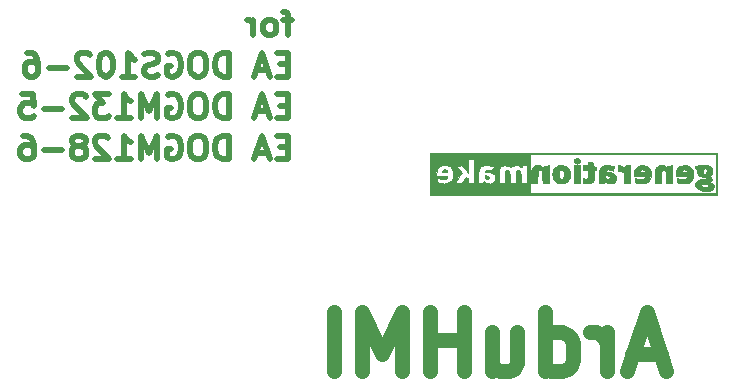
<source format=gbo>
G04 #@! TF.GenerationSoftware,KiCad,Pcbnew,5.0.2-bee76a0~70~ubuntu18.04.1*
G04 #@! TF.CreationDate,2019-08-23T08:39:18+02:00*
G04 #@! TF.ProjectId,ArduHMIShield,41726475-484d-4495-9368-69656c642e6b,1.2*
G04 #@! TF.SameCoordinates,Original*
G04 #@! TF.FileFunction,Legend,Bot*
G04 #@! TF.FilePolarity,Positive*
%FSLAX46Y46*%
G04 Gerber Fmt 4.6, Leading zero omitted, Abs format (unit mm)*
G04 Created by KiCad (PCBNEW 5.0.2-bee76a0~70~ubuntu18.04.1) date Fr 23 Aug 2019 08:39:18 CEST*
%MOMM*%
%LPD*%
G01*
G04 APERTURE LIST*
%ADD10C,0.500000*%
%ADD11C,1.250000*%
%ADD12C,0.010000*%
G04 APERTURE END LIST*
D10*
X77984523Y-87221428D02*
X77222619Y-87221428D01*
X77698809Y-88554761D02*
X77698809Y-86840476D01*
X77603571Y-86650000D01*
X77413095Y-86554761D01*
X77222619Y-86554761D01*
X76270238Y-88554761D02*
X76460714Y-88459523D01*
X76555952Y-88364285D01*
X76651190Y-88173809D01*
X76651190Y-87602380D01*
X76555952Y-87411904D01*
X76460714Y-87316666D01*
X76270238Y-87221428D01*
X75984523Y-87221428D01*
X75794047Y-87316666D01*
X75698809Y-87411904D01*
X75603571Y-87602380D01*
X75603571Y-88173809D01*
X75698809Y-88364285D01*
X75794047Y-88459523D01*
X75984523Y-88554761D01*
X76270238Y-88554761D01*
X74746428Y-88554761D02*
X74746428Y-87221428D01*
X74746428Y-87602380D02*
X74651190Y-87411904D01*
X74555952Y-87316666D01*
X74365476Y-87221428D01*
X74175000Y-87221428D01*
X77698809Y-91007142D02*
X77032142Y-91007142D01*
X76746428Y-92054761D02*
X77698809Y-92054761D01*
X77698809Y-90054761D01*
X76746428Y-90054761D01*
X75984523Y-91483333D02*
X75032142Y-91483333D01*
X76175000Y-92054761D02*
X75508333Y-90054761D01*
X74841666Y-92054761D01*
X72651190Y-92054761D02*
X72651190Y-90054761D01*
X72175000Y-90054761D01*
X71889285Y-90150000D01*
X71698809Y-90340476D01*
X71603571Y-90530952D01*
X71508333Y-90911904D01*
X71508333Y-91197619D01*
X71603571Y-91578571D01*
X71698809Y-91769047D01*
X71889285Y-91959523D01*
X72175000Y-92054761D01*
X72651190Y-92054761D01*
X70270238Y-90054761D02*
X69889285Y-90054761D01*
X69698809Y-90150000D01*
X69508333Y-90340476D01*
X69413095Y-90721428D01*
X69413095Y-91388095D01*
X69508333Y-91769047D01*
X69698809Y-91959523D01*
X69889285Y-92054761D01*
X70270238Y-92054761D01*
X70460714Y-91959523D01*
X70651190Y-91769047D01*
X70746428Y-91388095D01*
X70746428Y-90721428D01*
X70651190Y-90340476D01*
X70460714Y-90150000D01*
X70270238Y-90054761D01*
X67508333Y-90150000D02*
X67698809Y-90054761D01*
X67984523Y-90054761D01*
X68270238Y-90150000D01*
X68460714Y-90340476D01*
X68555952Y-90530952D01*
X68651190Y-90911904D01*
X68651190Y-91197619D01*
X68555952Y-91578571D01*
X68460714Y-91769047D01*
X68270238Y-91959523D01*
X67984523Y-92054761D01*
X67794047Y-92054761D01*
X67508333Y-91959523D01*
X67413095Y-91864285D01*
X67413095Y-91197619D01*
X67794047Y-91197619D01*
X66651190Y-91959523D02*
X66365476Y-92054761D01*
X65889285Y-92054761D01*
X65698809Y-91959523D01*
X65603571Y-91864285D01*
X65508333Y-91673809D01*
X65508333Y-91483333D01*
X65603571Y-91292857D01*
X65698809Y-91197619D01*
X65889285Y-91102380D01*
X66270238Y-91007142D01*
X66460714Y-90911904D01*
X66555952Y-90816666D01*
X66651190Y-90626190D01*
X66651190Y-90435714D01*
X66555952Y-90245238D01*
X66460714Y-90150000D01*
X66270238Y-90054761D01*
X65794047Y-90054761D01*
X65508333Y-90150000D01*
X63603571Y-92054761D02*
X64746428Y-92054761D01*
X64175000Y-92054761D02*
X64175000Y-90054761D01*
X64365476Y-90340476D01*
X64555952Y-90530952D01*
X64746428Y-90626190D01*
X62365476Y-90054761D02*
X62175000Y-90054761D01*
X61984523Y-90150000D01*
X61889285Y-90245238D01*
X61794047Y-90435714D01*
X61698809Y-90816666D01*
X61698809Y-91292857D01*
X61794047Y-91673809D01*
X61889285Y-91864285D01*
X61984523Y-91959523D01*
X62175000Y-92054761D01*
X62365476Y-92054761D01*
X62555952Y-91959523D01*
X62651190Y-91864285D01*
X62746428Y-91673809D01*
X62841666Y-91292857D01*
X62841666Y-90816666D01*
X62746428Y-90435714D01*
X62651190Y-90245238D01*
X62555952Y-90150000D01*
X62365476Y-90054761D01*
X60936904Y-90245238D02*
X60841666Y-90150000D01*
X60651190Y-90054761D01*
X60175000Y-90054761D01*
X59984523Y-90150000D01*
X59889285Y-90245238D01*
X59794047Y-90435714D01*
X59794047Y-90626190D01*
X59889285Y-90911904D01*
X61032142Y-92054761D01*
X59794047Y-92054761D01*
X58936904Y-91292857D02*
X57413095Y-91292857D01*
X55603571Y-90054761D02*
X55984523Y-90054761D01*
X56175000Y-90150000D01*
X56270238Y-90245238D01*
X56460714Y-90530952D01*
X56555952Y-90911904D01*
X56555952Y-91673809D01*
X56460714Y-91864285D01*
X56365476Y-91959523D01*
X56175000Y-92054761D01*
X55794047Y-92054761D01*
X55603571Y-91959523D01*
X55508333Y-91864285D01*
X55413095Y-91673809D01*
X55413095Y-91197619D01*
X55508333Y-91007142D01*
X55603571Y-90911904D01*
X55794047Y-90816666D01*
X56175000Y-90816666D01*
X56365476Y-90911904D01*
X56460714Y-91007142D01*
X56555952Y-91197619D01*
X77698809Y-94507142D02*
X77032142Y-94507142D01*
X76746428Y-95554761D02*
X77698809Y-95554761D01*
X77698809Y-93554761D01*
X76746428Y-93554761D01*
X75984523Y-94983333D02*
X75032142Y-94983333D01*
X76175000Y-95554761D02*
X75508333Y-93554761D01*
X74841666Y-95554761D01*
X72651190Y-95554761D02*
X72651190Y-93554761D01*
X72175000Y-93554761D01*
X71889285Y-93650000D01*
X71698809Y-93840476D01*
X71603571Y-94030952D01*
X71508333Y-94411904D01*
X71508333Y-94697619D01*
X71603571Y-95078571D01*
X71698809Y-95269047D01*
X71889285Y-95459523D01*
X72175000Y-95554761D01*
X72651190Y-95554761D01*
X70270238Y-93554761D02*
X69889285Y-93554761D01*
X69698809Y-93650000D01*
X69508333Y-93840476D01*
X69413095Y-94221428D01*
X69413095Y-94888095D01*
X69508333Y-95269047D01*
X69698809Y-95459523D01*
X69889285Y-95554761D01*
X70270238Y-95554761D01*
X70460714Y-95459523D01*
X70651190Y-95269047D01*
X70746428Y-94888095D01*
X70746428Y-94221428D01*
X70651190Y-93840476D01*
X70460714Y-93650000D01*
X70270238Y-93554761D01*
X67508333Y-93650000D02*
X67698809Y-93554761D01*
X67984523Y-93554761D01*
X68270238Y-93650000D01*
X68460714Y-93840476D01*
X68555952Y-94030952D01*
X68651190Y-94411904D01*
X68651190Y-94697619D01*
X68555952Y-95078571D01*
X68460714Y-95269047D01*
X68270238Y-95459523D01*
X67984523Y-95554761D01*
X67794047Y-95554761D01*
X67508333Y-95459523D01*
X67413095Y-95364285D01*
X67413095Y-94697619D01*
X67794047Y-94697619D01*
X66555952Y-95554761D02*
X66555952Y-93554761D01*
X65889285Y-94983333D01*
X65222619Y-93554761D01*
X65222619Y-95554761D01*
X63222619Y-95554761D02*
X64365476Y-95554761D01*
X63794047Y-95554761D02*
X63794047Y-93554761D01*
X63984523Y-93840476D01*
X64175000Y-94030952D01*
X64365476Y-94126190D01*
X62555952Y-93554761D02*
X61317857Y-93554761D01*
X61984523Y-94316666D01*
X61698809Y-94316666D01*
X61508333Y-94411904D01*
X61413095Y-94507142D01*
X61317857Y-94697619D01*
X61317857Y-95173809D01*
X61413095Y-95364285D01*
X61508333Y-95459523D01*
X61698809Y-95554761D01*
X62270238Y-95554761D01*
X62460714Y-95459523D01*
X62555952Y-95364285D01*
X60555952Y-93745238D02*
X60460714Y-93650000D01*
X60270238Y-93554761D01*
X59794047Y-93554761D01*
X59603571Y-93650000D01*
X59508333Y-93745238D01*
X59413095Y-93935714D01*
X59413095Y-94126190D01*
X59508333Y-94411904D01*
X60651190Y-95554761D01*
X59413095Y-95554761D01*
X58555952Y-94792857D02*
X57032142Y-94792857D01*
X55127380Y-93554761D02*
X56079761Y-93554761D01*
X56175000Y-94507142D01*
X56079761Y-94411904D01*
X55889285Y-94316666D01*
X55413095Y-94316666D01*
X55222619Y-94411904D01*
X55127380Y-94507142D01*
X55032142Y-94697619D01*
X55032142Y-95173809D01*
X55127380Y-95364285D01*
X55222619Y-95459523D01*
X55413095Y-95554761D01*
X55889285Y-95554761D01*
X56079761Y-95459523D01*
X56175000Y-95364285D01*
X77698809Y-98007142D02*
X77032142Y-98007142D01*
X76746428Y-99054761D02*
X77698809Y-99054761D01*
X77698809Y-97054761D01*
X76746428Y-97054761D01*
X75984523Y-98483333D02*
X75032142Y-98483333D01*
X76175000Y-99054761D02*
X75508333Y-97054761D01*
X74841666Y-99054761D01*
X72651190Y-99054761D02*
X72651190Y-97054761D01*
X72175000Y-97054761D01*
X71889285Y-97150000D01*
X71698809Y-97340476D01*
X71603571Y-97530952D01*
X71508333Y-97911904D01*
X71508333Y-98197619D01*
X71603571Y-98578571D01*
X71698809Y-98769047D01*
X71889285Y-98959523D01*
X72175000Y-99054761D01*
X72651190Y-99054761D01*
X70270238Y-97054761D02*
X69889285Y-97054761D01*
X69698809Y-97150000D01*
X69508333Y-97340476D01*
X69413095Y-97721428D01*
X69413095Y-98388095D01*
X69508333Y-98769047D01*
X69698809Y-98959523D01*
X69889285Y-99054761D01*
X70270238Y-99054761D01*
X70460714Y-98959523D01*
X70651190Y-98769047D01*
X70746428Y-98388095D01*
X70746428Y-97721428D01*
X70651190Y-97340476D01*
X70460714Y-97150000D01*
X70270238Y-97054761D01*
X67508333Y-97150000D02*
X67698809Y-97054761D01*
X67984523Y-97054761D01*
X68270238Y-97150000D01*
X68460714Y-97340476D01*
X68555952Y-97530952D01*
X68651190Y-97911904D01*
X68651190Y-98197619D01*
X68555952Y-98578571D01*
X68460714Y-98769047D01*
X68270238Y-98959523D01*
X67984523Y-99054761D01*
X67794047Y-99054761D01*
X67508333Y-98959523D01*
X67413095Y-98864285D01*
X67413095Y-98197619D01*
X67794047Y-98197619D01*
X66555952Y-99054761D02*
X66555952Y-97054761D01*
X65889285Y-98483333D01*
X65222619Y-97054761D01*
X65222619Y-99054761D01*
X63222619Y-99054761D02*
X64365476Y-99054761D01*
X63794047Y-99054761D02*
X63794047Y-97054761D01*
X63984523Y-97340476D01*
X64175000Y-97530952D01*
X64365476Y-97626190D01*
X62460714Y-97245238D02*
X62365476Y-97150000D01*
X62175000Y-97054761D01*
X61698809Y-97054761D01*
X61508333Y-97150000D01*
X61413095Y-97245238D01*
X61317857Y-97435714D01*
X61317857Y-97626190D01*
X61413095Y-97911904D01*
X62555952Y-99054761D01*
X61317857Y-99054761D01*
X60175000Y-97911904D02*
X60365476Y-97816666D01*
X60460714Y-97721428D01*
X60555952Y-97530952D01*
X60555952Y-97435714D01*
X60460714Y-97245238D01*
X60365476Y-97150000D01*
X60175000Y-97054761D01*
X59794047Y-97054761D01*
X59603571Y-97150000D01*
X59508333Y-97245238D01*
X59413095Y-97435714D01*
X59413095Y-97530952D01*
X59508333Y-97721428D01*
X59603571Y-97816666D01*
X59794047Y-97911904D01*
X60175000Y-97911904D01*
X60365476Y-98007142D01*
X60460714Y-98102380D01*
X60555952Y-98292857D01*
X60555952Y-98673809D01*
X60460714Y-98864285D01*
X60365476Y-98959523D01*
X60175000Y-99054761D01*
X59794047Y-99054761D01*
X59603571Y-98959523D01*
X59508333Y-98864285D01*
X59413095Y-98673809D01*
X59413095Y-98292857D01*
X59508333Y-98102380D01*
X59603571Y-98007142D01*
X59794047Y-97911904D01*
X58555952Y-98292857D02*
X57032142Y-98292857D01*
X55222619Y-97054761D02*
X55603571Y-97054761D01*
X55794047Y-97150000D01*
X55889285Y-97245238D01*
X56079761Y-97530952D01*
X56175000Y-97911904D01*
X56175000Y-98673809D01*
X56079761Y-98864285D01*
X55984523Y-98959523D01*
X55794047Y-99054761D01*
X55413095Y-99054761D01*
X55222619Y-98959523D01*
X55127380Y-98864285D01*
X55032142Y-98673809D01*
X55032142Y-98197619D01*
X55127380Y-98007142D01*
X55222619Y-97911904D01*
X55413095Y-97816666D01*
X55794047Y-97816666D01*
X55984523Y-97911904D01*
X56079761Y-98007142D01*
X56175000Y-98197619D01*
D11*
X109228571Y-115583333D02*
X106847619Y-115583333D01*
X109704761Y-117011904D02*
X108038095Y-112011904D01*
X106371428Y-117011904D01*
X104704761Y-117011904D02*
X104704761Y-113678571D01*
X104704761Y-114630952D02*
X104466666Y-114154761D01*
X104228571Y-113916666D01*
X103752380Y-113678571D01*
X103276190Y-113678571D01*
X99466666Y-117011904D02*
X99466666Y-112011904D01*
X99466666Y-116773809D02*
X99942857Y-117011904D01*
X100895238Y-117011904D01*
X101371428Y-116773809D01*
X101609523Y-116535714D01*
X101847619Y-116059523D01*
X101847619Y-114630952D01*
X101609523Y-114154761D01*
X101371428Y-113916666D01*
X100895238Y-113678571D01*
X99942857Y-113678571D01*
X99466666Y-113916666D01*
X94942857Y-113678571D02*
X94942857Y-117011904D01*
X97085714Y-113678571D02*
X97085714Y-116297619D01*
X96847619Y-116773809D01*
X96371428Y-117011904D01*
X95657142Y-117011904D01*
X95180952Y-116773809D01*
X94942857Y-116535714D01*
X92561904Y-117011904D02*
X92561904Y-112011904D01*
X92561904Y-114392857D02*
X89704761Y-114392857D01*
X89704761Y-117011904D02*
X89704761Y-112011904D01*
X87323809Y-117011904D02*
X87323809Y-112011904D01*
X85657142Y-115583333D01*
X83990476Y-112011904D01*
X83990476Y-117011904D01*
X81609523Y-117011904D02*
X81609523Y-112011904D01*
D12*
G04 #@! TO.C,G\002A\002A\002A*
G36*
X89708000Y-102044800D02*
X114015800Y-102044800D01*
X114015800Y-98641200D01*
X113914200Y-98641200D01*
X113914200Y-101943200D01*
X98166200Y-101943200D01*
X98166200Y-99581000D01*
X97912200Y-99581000D01*
X97912200Y-101079600D01*
X97378800Y-101079600D01*
X97378659Y-100654150D01*
X97377038Y-100504479D01*
X97372651Y-100365673D01*
X97366060Y-100248715D01*
X97357826Y-100164590D01*
X97351999Y-100133209D01*
X97304991Y-100039271D01*
X97230880Y-99981207D01*
X97138743Y-99965926D01*
X97132980Y-99966504D01*
X97087146Y-99977521D01*
X97051594Y-100002641D01*
X97024890Y-100047709D01*
X97005600Y-100118568D01*
X96992287Y-100221065D01*
X96983519Y-100361042D01*
X96977859Y-100544346D01*
X96976653Y-100603350D01*
X96967642Y-101079600D01*
X96464400Y-101079600D01*
X96463890Y-100743050D01*
X96459732Y-100510237D01*
X96447320Y-100324017D01*
X96425577Y-100180690D01*
X96393424Y-100076557D01*
X96349783Y-100007920D01*
X96293576Y-99971079D01*
X96236228Y-99962000D01*
X96176061Y-99970673D01*
X96128435Y-99999846D01*
X96092056Y-100054250D01*
X96065626Y-100138616D01*
X96047851Y-100257676D01*
X96037435Y-100416160D01*
X96033081Y-100618799D01*
X96032748Y-100704950D01*
X96032600Y-101079600D01*
X95524600Y-101079600D01*
X95524600Y-100635100D01*
X95231407Y-100635100D01*
X95211834Y-100800793D01*
X95155787Y-100932492D01*
X95064282Y-101028838D01*
X94938333Y-101088469D01*
X94883999Y-101100818D01*
X94758557Y-101109753D01*
X94627997Y-101098150D01*
X94511399Y-101068935D01*
X94437295Y-101032285D01*
X94377460Y-100985143D01*
X94332977Y-100942500D01*
X94331785Y-100941085D01*
X94296714Y-100908250D01*
X94268334Y-100913012D01*
X94236961Y-100959732D01*
X94221616Y-100990700D01*
X94179222Y-101079600D01*
X93792502Y-101079600D01*
X93441800Y-101079600D01*
X92908400Y-101079600D01*
X92907962Y-100870050D01*
X92906924Y-100766605D01*
X92901713Y-100700943D01*
X92888390Y-100660047D01*
X92863012Y-100630901D01*
X92827612Y-100604659D01*
X92747702Y-100548818D01*
X92584827Y-100814209D01*
X92421953Y-101079600D01*
X92131777Y-101079600D01*
X92017185Y-101078266D01*
X91923941Y-101074644D01*
X91862104Y-101069297D01*
X91841600Y-101063292D01*
X91854747Y-101037865D01*
X91891374Y-100976651D01*
X91947264Y-100886449D01*
X92018200Y-100774056D01*
X92099965Y-100646270D01*
X92109285Y-100631805D01*
X92282958Y-100362438D01*
X91687290Y-100362438D01*
X91670469Y-100534072D01*
X91651351Y-100613633D01*
X91577277Y-100784653D01*
X91467349Y-100919699D01*
X91321636Y-101018717D01*
X91140206Y-101081653D01*
X91038000Y-101099340D01*
X90894957Y-101107942D01*
X90737210Y-101102587D01*
X90584700Y-101084955D01*
X90457367Y-101056728D01*
X90431900Y-101048247D01*
X90330300Y-101011159D01*
X90322838Y-100829479D01*
X90320838Y-100727704D01*
X90329842Y-100669760D01*
X90356834Y-100648839D01*
X90408797Y-100658133D01*
X90473249Y-100682832D01*
X90591178Y-100717289D01*
X90727208Y-100736437D01*
X90858685Y-100738269D01*
X90949086Y-100724946D01*
X91038601Y-100684136D01*
X91110273Y-100621123D01*
X91151029Y-100549033D01*
X91155800Y-100517374D01*
X91152887Y-100500506D01*
X91139571Y-100488190D01*
X91108987Y-100479715D01*
X91054271Y-100474371D01*
X90968558Y-100471444D01*
X90844983Y-100470225D01*
X90698600Y-100470000D01*
X90241400Y-100470000D01*
X90241400Y-100267314D01*
X90258355Y-100061936D01*
X90309883Y-99892718D01*
X90396980Y-99757695D01*
X90520640Y-99654908D01*
X90564573Y-99630290D01*
X90629533Y-99600652D01*
X90693384Y-99582144D01*
X90771133Y-99572287D01*
X90877787Y-99568604D01*
X90939900Y-99568300D01*
X91115289Y-99575930D01*
X91253651Y-99601499D01*
X91366816Y-99649022D01*
X91466613Y-99722515D01*
X91505736Y-99760389D01*
X91584016Y-99872251D01*
X91641847Y-100018539D01*
X91677010Y-100186264D01*
X91687290Y-100362438D01*
X92282958Y-100362438D01*
X92376970Y-100216626D01*
X92123181Y-99905163D01*
X91869393Y-99593700D01*
X92153947Y-99586314D01*
X92253861Y-99582672D01*
X92328910Y-99580973D01*
X92386674Y-99586111D01*
X92434729Y-99602981D01*
X92480654Y-99636477D01*
X92532028Y-99691494D01*
X92596427Y-99772928D01*
X92681431Y-99885672D01*
X92742483Y-99966448D01*
X92929297Y-100212196D01*
X92925199Y-99610848D01*
X92921100Y-99009500D01*
X93441800Y-98995022D01*
X93441800Y-101079600D01*
X93792502Y-101079600D01*
X93803122Y-100514450D01*
X93807559Y-100317260D01*
X93812891Y-100164272D01*
X93819634Y-100048886D01*
X93828306Y-99964506D01*
X93839423Y-99904532D01*
X93853504Y-99862368D01*
X93854391Y-99860400D01*
X93929282Y-99736547D01*
X94028006Y-99646799D01*
X94156205Y-99588338D01*
X94319519Y-99558344D01*
X94470002Y-99552849D01*
X94663431Y-99565355D01*
X94846908Y-99597192D01*
X95001070Y-99644968D01*
X95004994Y-99646593D01*
X95090187Y-99682189D01*
X95025961Y-99828444D01*
X94989199Y-99908430D01*
X94958110Y-99969528D01*
X94941704Y-99995494D01*
X94909436Y-99998600D01*
X94842477Y-99987781D01*
X94754271Y-99965343D01*
X94738504Y-99960652D01*
X94596732Y-99927159D01*
X94489762Y-99925121D01*
X94411830Y-99955415D01*
X94357402Y-100018509D01*
X94334936Y-100070151D01*
X94333693Y-100100351D01*
X94333873Y-100100539D01*
X94363820Y-100108932D01*
X94432724Y-100119833D01*
X94528914Y-100131557D01*
X94596745Y-100138464D01*
X94806642Y-100169877D01*
X94971534Y-100221278D01*
X95093901Y-100294608D01*
X95176224Y-100391810D01*
X95220985Y-100514824D01*
X95231407Y-100635100D01*
X95524600Y-100635100D01*
X95524600Y-100525324D01*
X95525832Y-100308908D01*
X95530386Y-100136547D01*
X95539549Y-100001536D01*
X95554607Y-99897171D01*
X95576847Y-99816747D01*
X95607557Y-99753559D01*
X95648024Y-99700904D01*
X95690756Y-99659680D01*
X95801102Y-99593908D01*
X95937572Y-99559228D01*
X96086021Y-99555763D01*
X96232302Y-99583638D01*
X96362271Y-99642976D01*
X96378150Y-99653654D01*
X96453915Y-99704818D01*
X96501763Y-99727634D01*
X96534146Y-99724595D01*
X96563515Y-99698193D01*
X96568881Y-99691829D01*
X96650020Y-99628105D01*
X96762095Y-99585284D01*
X96892945Y-99563151D01*
X97030409Y-99561493D01*
X97162326Y-99580097D01*
X97276536Y-99618748D01*
X97360879Y-99677232D01*
X97383535Y-99706142D01*
X97417614Y-99749497D01*
X97443884Y-99748909D01*
X97469186Y-99701819D01*
X97480400Y-99669900D01*
X97509740Y-99581000D01*
X97912200Y-99581000D01*
X98166200Y-99581000D01*
X98166200Y-98641200D01*
X113914200Y-98641200D01*
X114015800Y-98641200D01*
X114015800Y-98514200D01*
X89708000Y-98514200D01*
X89708000Y-102044800D01*
X89708000Y-102044800D01*
G37*
X89708000Y-102044800D02*
X114015800Y-102044800D01*
X114015800Y-98641200D01*
X113914200Y-98641200D01*
X113914200Y-101943200D01*
X98166200Y-101943200D01*
X98166200Y-99581000D01*
X97912200Y-99581000D01*
X97912200Y-101079600D01*
X97378800Y-101079600D01*
X97378659Y-100654150D01*
X97377038Y-100504479D01*
X97372651Y-100365673D01*
X97366060Y-100248715D01*
X97357826Y-100164590D01*
X97351999Y-100133209D01*
X97304991Y-100039271D01*
X97230880Y-99981207D01*
X97138743Y-99965926D01*
X97132980Y-99966504D01*
X97087146Y-99977521D01*
X97051594Y-100002641D01*
X97024890Y-100047709D01*
X97005600Y-100118568D01*
X96992287Y-100221065D01*
X96983519Y-100361042D01*
X96977859Y-100544346D01*
X96976653Y-100603350D01*
X96967642Y-101079600D01*
X96464400Y-101079600D01*
X96463890Y-100743050D01*
X96459732Y-100510237D01*
X96447320Y-100324017D01*
X96425577Y-100180690D01*
X96393424Y-100076557D01*
X96349783Y-100007920D01*
X96293576Y-99971079D01*
X96236228Y-99962000D01*
X96176061Y-99970673D01*
X96128435Y-99999846D01*
X96092056Y-100054250D01*
X96065626Y-100138616D01*
X96047851Y-100257676D01*
X96037435Y-100416160D01*
X96033081Y-100618799D01*
X96032748Y-100704950D01*
X96032600Y-101079600D01*
X95524600Y-101079600D01*
X95524600Y-100635100D01*
X95231407Y-100635100D01*
X95211834Y-100800793D01*
X95155787Y-100932492D01*
X95064282Y-101028838D01*
X94938333Y-101088469D01*
X94883999Y-101100818D01*
X94758557Y-101109753D01*
X94627997Y-101098150D01*
X94511399Y-101068935D01*
X94437295Y-101032285D01*
X94377460Y-100985143D01*
X94332977Y-100942500D01*
X94331785Y-100941085D01*
X94296714Y-100908250D01*
X94268334Y-100913012D01*
X94236961Y-100959732D01*
X94221616Y-100990700D01*
X94179222Y-101079600D01*
X93792502Y-101079600D01*
X93441800Y-101079600D01*
X92908400Y-101079600D01*
X92907962Y-100870050D01*
X92906924Y-100766605D01*
X92901713Y-100700943D01*
X92888390Y-100660047D01*
X92863012Y-100630901D01*
X92827612Y-100604659D01*
X92747702Y-100548818D01*
X92584827Y-100814209D01*
X92421953Y-101079600D01*
X92131777Y-101079600D01*
X92017185Y-101078266D01*
X91923941Y-101074644D01*
X91862104Y-101069297D01*
X91841600Y-101063292D01*
X91854747Y-101037865D01*
X91891374Y-100976651D01*
X91947264Y-100886449D01*
X92018200Y-100774056D01*
X92099965Y-100646270D01*
X92109285Y-100631805D01*
X92282958Y-100362438D01*
X91687290Y-100362438D01*
X91670469Y-100534072D01*
X91651351Y-100613633D01*
X91577277Y-100784653D01*
X91467349Y-100919699D01*
X91321636Y-101018717D01*
X91140206Y-101081653D01*
X91038000Y-101099340D01*
X90894957Y-101107942D01*
X90737210Y-101102587D01*
X90584700Y-101084955D01*
X90457367Y-101056728D01*
X90431900Y-101048247D01*
X90330300Y-101011159D01*
X90322838Y-100829479D01*
X90320838Y-100727704D01*
X90329842Y-100669760D01*
X90356834Y-100648839D01*
X90408797Y-100658133D01*
X90473249Y-100682832D01*
X90591178Y-100717289D01*
X90727208Y-100736437D01*
X90858685Y-100738269D01*
X90949086Y-100724946D01*
X91038601Y-100684136D01*
X91110273Y-100621123D01*
X91151029Y-100549033D01*
X91155800Y-100517374D01*
X91152887Y-100500506D01*
X91139571Y-100488190D01*
X91108987Y-100479715D01*
X91054271Y-100474371D01*
X90968558Y-100471444D01*
X90844983Y-100470225D01*
X90698600Y-100470000D01*
X90241400Y-100470000D01*
X90241400Y-100267314D01*
X90258355Y-100061936D01*
X90309883Y-99892718D01*
X90396980Y-99757695D01*
X90520640Y-99654908D01*
X90564573Y-99630290D01*
X90629533Y-99600652D01*
X90693384Y-99582144D01*
X90771133Y-99572287D01*
X90877787Y-99568604D01*
X90939900Y-99568300D01*
X91115289Y-99575930D01*
X91253651Y-99601499D01*
X91366816Y-99649022D01*
X91466613Y-99722515D01*
X91505736Y-99760389D01*
X91584016Y-99872251D01*
X91641847Y-100018539D01*
X91677010Y-100186264D01*
X91687290Y-100362438D01*
X92282958Y-100362438D01*
X92376970Y-100216626D01*
X92123181Y-99905163D01*
X91869393Y-99593700D01*
X92153947Y-99586314D01*
X92253861Y-99582672D01*
X92328910Y-99580973D01*
X92386674Y-99586111D01*
X92434729Y-99602981D01*
X92480654Y-99636477D01*
X92532028Y-99691494D01*
X92596427Y-99772928D01*
X92681431Y-99885672D01*
X92742483Y-99966448D01*
X92929297Y-100212196D01*
X92925199Y-99610848D01*
X92921100Y-99009500D01*
X93441800Y-98995022D01*
X93441800Y-101079600D01*
X93792502Y-101079600D01*
X93803122Y-100514450D01*
X93807559Y-100317260D01*
X93812891Y-100164272D01*
X93819634Y-100048886D01*
X93828306Y-99964506D01*
X93839423Y-99904532D01*
X93853504Y-99862368D01*
X93854391Y-99860400D01*
X93929282Y-99736547D01*
X94028006Y-99646799D01*
X94156205Y-99588338D01*
X94319519Y-99558344D01*
X94470002Y-99552849D01*
X94663431Y-99565355D01*
X94846908Y-99597192D01*
X95001070Y-99644968D01*
X95004994Y-99646593D01*
X95090187Y-99682189D01*
X95025961Y-99828444D01*
X94989199Y-99908430D01*
X94958110Y-99969528D01*
X94941704Y-99995494D01*
X94909436Y-99998600D01*
X94842477Y-99987781D01*
X94754271Y-99965343D01*
X94738504Y-99960652D01*
X94596732Y-99927159D01*
X94489762Y-99925121D01*
X94411830Y-99955415D01*
X94357402Y-100018509D01*
X94334936Y-100070151D01*
X94333693Y-100100351D01*
X94333873Y-100100539D01*
X94363820Y-100108932D01*
X94432724Y-100119833D01*
X94528914Y-100131557D01*
X94596745Y-100138464D01*
X94806642Y-100169877D01*
X94971534Y-100221278D01*
X95093901Y-100294608D01*
X95176224Y-100391810D01*
X95220985Y-100514824D01*
X95231407Y-100635100D01*
X95524600Y-100635100D01*
X95524600Y-100525324D01*
X95525832Y-100308908D01*
X95530386Y-100136547D01*
X95539549Y-100001536D01*
X95554607Y-99897171D01*
X95576847Y-99816747D01*
X95607557Y-99753559D01*
X95648024Y-99700904D01*
X95690756Y-99659680D01*
X95801102Y-99593908D01*
X95937572Y-99559228D01*
X96086021Y-99555763D01*
X96232302Y-99583638D01*
X96362271Y-99642976D01*
X96378150Y-99653654D01*
X96453915Y-99704818D01*
X96501763Y-99727634D01*
X96534146Y-99724595D01*
X96563515Y-99698193D01*
X96568881Y-99691829D01*
X96650020Y-99628105D01*
X96762095Y-99585284D01*
X96892945Y-99563151D01*
X97030409Y-99561493D01*
X97162326Y-99580097D01*
X97276536Y-99618748D01*
X97360879Y-99677232D01*
X97383535Y-99706142D01*
X97417614Y-99749497D01*
X97443884Y-99748909D01*
X97469186Y-99701819D01*
X97480400Y-99669900D01*
X97509740Y-99581000D01*
X97912200Y-99581000D01*
X98166200Y-99581000D01*
X98166200Y-98641200D01*
X113914200Y-98641200D01*
X114015800Y-98641200D01*
X114015800Y-98514200D01*
X89708000Y-98514200D01*
X89708000Y-102044800D01*
G36*
X112866040Y-99562490D02*
X112701505Y-99567951D01*
X112663250Y-99569327D01*
X112161600Y-99587476D01*
X112161600Y-99707172D01*
X112164009Y-99780496D01*
X112178972Y-99820481D01*
X112218097Y-99844582D01*
X112263582Y-99860525D01*
X112327574Y-99885900D01*
X112352302Y-99911636D01*
X112348650Y-99947141D01*
X112332467Y-100064558D01*
X112347504Y-100195766D01*
X112390871Y-100316912D01*
X112394244Y-100323219D01*
X112482749Y-100432374D01*
X112613261Y-100513748D01*
X112785015Y-100566973D01*
X112943193Y-100588411D01*
X113047279Y-100597892D01*
X113110298Y-100608554D01*
X113141952Y-100623308D01*
X113151945Y-100645063D01*
X113152200Y-100651080D01*
X113147090Y-100676948D01*
X113126699Y-100695770D01*
X113083438Y-100709289D01*
X113009716Y-100719249D01*
X112897946Y-100727393D01*
X112796600Y-100732771D01*
X112662715Y-100743897D01*
X112543251Y-100762152D01*
X112455350Y-100784834D01*
X112447674Y-100787750D01*
X112318083Y-100862572D01*
X112230214Y-100963926D01*
X112185559Y-101087329D01*
X112185610Y-101228295D01*
X112231860Y-101382338D01*
X112242313Y-101405125D01*
X112323946Y-101518297D01*
X112447797Y-101610004D01*
X112609209Y-101678359D01*
X112803525Y-101721476D01*
X113026088Y-101737469D01*
X113062751Y-101737400D01*
X113175534Y-101734052D01*
X113277441Y-101727383D01*
X113351545Y-101718624D01*
X113368100Y-101715210D01*
X113526253Y-101658206D01*
X113639301Y-101579339D01*
X113708692Y-101477083D01*
X113735872Y-101349914D01*
X113736400Y-101326961D01*
X113732190Y-101308669D01*
X113295921Y-101308669D01*
X113264922Y-101358254D01*
X113189136Y-101397804D01*
X113065859Y-101429444D01*
X113048915Y-101432600D01*
X113018126Y-101429750D01*
X112952809Y-101419714D01*
X112883815Y-101407666D01*
X112783678Y-101380288D01*
X112698060Y-101340584D01*
X112639092Y-101295551D01*
X112618800Y-101254786D01*
X112643285Y-101209692D01*
X112714370Y-101174224D01*
X112828499Y-101149935D01*
X112869653Y-101145154D01*
X113032001Y-101139735D01*
X113158823Y-101158098D01*
X113246290Y-101199305D01*
X113284834Y-101246921D01*
X113295921Y-101308669D01*
X113732190Y-101308669D01*
X113715217Y-101234941D01*
X113660362Y-101140994D01*
X113584878Y-101063150D01*
X113517411Y-101024224D01*
X113452071Y-100994222D01*
X113435309Y-100966539D01*
X113465349Y-100936783D01*
X113478917Y-100929064D01*
X113521888Y-100888298D01*
X113558198Y-100826570D01*
X113573537Y-100730036D01*
X113540605Y-100639644D01*
X113461929Y-100562222D01*
X113459906Y-100560852D01*
X113387625Y-100512273D01*
X113483174Y-100421286D01*
X113576207Y-100301286D01*
X113621987Y-100163110D01*
X113621182Y-100062737D01*
X113126800Y-100062737D01*
X113112174Y-100177814D01*
X113069567Y-100254532D01*
X113000889Y-100290020D01*
X112974400Y-100292200D01*
X112896491Y-100269830D01*
X112861541Y-100235748D01*
X112829685Y-100155851D01*
X112823449Y-100058131D01*
X112840574Y-99961000D01*
X112878798Y-99882875D01*
X112908353Y-99854438D01*
X112975966Y-99833677D01*
X113039220Y-99856089D01*
X113090244Y-99914171D01*
X113121168Y-100000418D01*
X113126800Y-100062737D01*
X113621182Y-100062737D01*
X113620726Y-100006031D01*
X113614068Y-99968437D01*
X113564481Y-99820114D01*
X113481727Y-99708282D01*
X113361120Y-99627368D01*
X113308680Y-99605164D01*
X113256426Y-99586665D01*
X113207114Y-99573363D01*
X113152082Y-99564775D01*
X113082666Y-99560421D01*
X112990207Y-99559819D01*
X112866040Y-99562490D01*
X112866040Y-99562490D01*
G37*
X112866040Y-99562490D02*
X112701505Y-99567951D01*
X112663250Y-99569327D01*
X112161600Y-99587476D01*
X112161600Y-99707172D01*
X112164009Y-99780496D01*
X112178972Y-99820481D01*
X112218097Y-99844582D01*
X112263582Y-99860525D01*
X112327574Y-99885900D01*
X112352302Y-99911636D01*
X112348650Y-99947141D01*
X112332467Y-100064558D01*
X112347504Y-100195766D01*
X112390871Y-100316912D01*
X112394244Y-100323219D01*
X112482749Y-100432374D01*
X112613261Y-100513748D01*
X112785015Y-100566973D01*
X112943193Y-100588411D01*
X113047279Y-100597892D01*
X113110298Y-100608554D01*
X113141952Y-100623308D01*
X113151945Y-100645063D01*
X113152200Y-100651080D01*
X113147090Y-100676948D01*
X113126699Y-100695770D01*
X113083438Y-100709289D01*
X113009716Y-100719249D01*
X112897946Y-100727393D01*
X112796600Y-100732771D01*
X112662715Y-100743897D01*
X112543251Y-100762152D01*
X112455350Y-100784834D01*
X112447674Y-100787750D01*
X112318083Y-100862572D01*
X112230214Y-100963926D01*
X112185559Y-101087329D01*
X112185610Y-101228295D01*
X112231860Y-101382338D01*
X112242313Y-101405125D01*
X112323946Y-101518297D01*
X112447797Y-101610004D01*
X112609209Y-101678359D01*
X112803525Y-101721476D01*
X113026088Y-101737469D01*
X113062751Y-101737400D01*
X113175534Y-101734052D01*
X113277441Y-101727383D01*
X113351545Y-101718624D01*
X113368100Y-101715210D01*
X113526253Y-101658206D01*
X113639301Y-101579339D01*
X113708692Y-101477083D01*
X113735872Y-101349914D01*
X113736400Y-101326961D01*
X113732190Y-101308669D01*
X113295921Y-101308669D01*
X113264922Y-101358254D01*
X113189136Y-101397804D01*
X113065859Y-101429444D01*
X113048915Y-101432600D01*
X113018126Y-101429750D01*
X112952809Y-101419714D01*
X112883815Y-101407666D01*
X112783678Y-101380288D01*
X112698060Y-101340584D01*
X112639092Y-101295551D01*
X112618800Y-101254786D01*
X112643285Y-101209692D01*
X112714370Y-101174224D01*
X112828499Y-101149935D01*
X112869653Y-101145154D01*
X113032001Y-101139735D01*
X113158823Y-101158098D01*
X113246290Y-101199305D01*
X113284834Y-101246921D01*
X113295921Y-101308669D01*
X113732190Y-101308669D01*
X113715217Y-101234941D01*
X113660362Y-101140994D01*
X113584878Y-101063150D01*
X113517411Y-101024224D01*
X113452071Y-100994222D01*
X113435309Y-100966539D01*
X113465349Y-100936783D01*
X113478917Y-100929064D01*
X113521888Y-100888298D01*
X113558198Y-100826570D01*
X113573537Y-100730036D01*
X113540605Y-100639644D01*
X113461929Y-100562222D01*
X113459906Y-100560852D01*
X113387625Y-100512273D01*
X113483174Y-100421286D01*
X113576207Y-100301286D01*
X113621987Y-100163110D01*
X113621182Y-100062737D01*
X113126800Y-100062737D01*
X113112174Y-100177814D01*
X113069567Y-100254532D01*
X113000889Y-100290020D01*
X112974400Y-100292200D01*
X112896491Y-100269830D01*
X112861541Y-100235748D01*
X112829685Y-100155851D01*
X112823449Y-100058131D01*
X112840574Y-99961000D01*
X112878798Y-99882875D01*
X112908353Y-99854438D01*
X112975966Y-99833677D01*
X113039220Y-99856089D01*
X113090244Y-99914171D01*
X113121168Y-100000418D01*
X113126800Y-100062737D01*
X113621182Y-100062737D01*
X113620726Y-100006031D01*
X113614068Y-99968437D01*
X113564481Y-99820114D01*
X113481727Y-99708282D01*
X113361120Y-99627368D01*
X113308680Y-99605164D01*
X113256426Y-99586665D01*
X113207114Y-99573363D01*
X113152082Y-99564775D01*
X113082666Y-99560421D01*
X112990207Y-99559819D01*
X112866040Y-99562490D01*
G36*
X111174063Y-99560658D02*
X110984016Y-99586718D01*
X110830561Y-99642724D01*
X110710840Y-99731762D01*
X110621992Y-99856918D01*
X110561158Y-100021280D01*
X110525478Y-100227933D01*
X110521970Y-100264469D01*
X110504041Y-100470000D01*
X110977221Y-100470000D01*
X111143215Y-100470285D01*
X111265161Y-100471593D01*
X111349808Y-100474598D01*
X111403905Y-100479976D01*
X111434203Y-100488404D01*
X111447452Y-100500557D01*
X111450400Y-100517110D01*
X111450400Y-100517374D01*
X111428165Y-100587594D01*
X111370410Y-100657015D01*
X111290566Y-100711248D01*
X111256545Y-100725107D01*
X111157703Y-100741308D01*
X111030341Y-100739081D01*
X110892674Y-100719916D01*
X110762915Y-100685301D01*
X110760846Y-100684575D01*
X110691588Y-100661901D01*
X110642383Y-100648959D01*
X110633294Y-100647800D01*
X110622883Y-100671029D01*
X110617095Y-100732280D01*
X110617031Y-100818896D01*
X110617438Y-100829842D01*
X110624900Y-101011884D01*
X110751900Y-101056473D01*
X110871386Y-101084447D01*
X111021920Y-101099605D01*
X111185394Y-101101950D01*
X111343698Y-101091484D01*
X111478726Y-101068206D01*
X111518964Y-101056414D01*
X111683387Y-100978347D01*
X111810328Y-100868084D01*
X111901149Y-100723732D01*
X111957215Y-100543398D01*
X111974034Y-100424971D01*
X111975024Y-100203521D01*
X111957710Y-100118631D01*
X111441668Y-100118631D01*
X111422075Y-100130582D01*
X111373170Y-100137032D01*
X111286481Y-100139538D01*
X111221800Y-100139800D01*
X111111472Y-100138762D01*
X111043449Y-100134611D01*
X111009261Y-100125790D01*
X111000437Y-100110743D01*
X111003183Y-100099622D01*
X111016889Y-100051231D01*
X111018600Y-100036122D01*
X111041235Y-99986480D01*
X111098401Y-99942934D01*
X111173990Y-99915625D01*
X111217011Y-99911200D01*
X111293844Y-99924808D01*
X111364674Y-99959029D01*
X111413139Y-100003957D01*
X111425000Y-100037112D01*
X111433340Y-100078668D01*
X111440418Y-100099622D01*
X111441668Y-100118631D01*
X111957710Y-100118631D01*
X111935721Y-100010824D01*
X111858254Y-99849178D01*
X111744753Y-99720885D01*
X111597345Y-99628244D01*
X111418160Y-99573557D01*
X111209328Y-99559123D01*
X111174063Y-99560658D01*
X111174063Y-99560658D01*
G37*
X111174063Y-99560658D02*
X110984016Y-99586718D01*
X110830561Y-99642724D01*
X110710840Y-99731762D01*
X110621992Y-99856918D01*
X110561158Y-100021280D01*
X110525478Y-100227933D01*
X110521970Y-100264469D01*
X110504041Y-100470000D01*
X110977221Y-100470000D01*
X111143215Y-100470285D01*
X111265161Y-100471593D01*
X111349808Y-100474598D01*
X111403905Y-100479976D01*
X111434203Y-100488404D01*
X111447452Y-100500557D01*
X111450400Y-100517110D01*
X111450400Y-100517374D01*
X111428165Y-100587594D01*
X111370410Y-100657015D01*
X111290566Y-100711248D01*
X111256545Y-100725107D01*
X111157703Y-100741308D01*
X111030341Y-100739081D01*
X110892674Y-100719916D01*
X110762915Y-100685301D01*
X110760846Y-100684575D01*
X110691588Y-100661901D01*
X110642383Y-100648959D01*
X110633294Y-100647800D01*
X110622883Y-100671029D01*
X110617095Y-100732280D01*
X110617031Y-100818896D01*
X110617438Y-100829842D01*
X110624900Y-101011884D01*
X110751900Y-101056473D01*
X110871386Y-101084447D01*
X111021920Y-101099605D01*
X111185394Y-101101950D01*
X111343698Y-101091484D01*
X111478726Y-101068206D01*
X111518964Y-101056414D01*
X111683387Y-100978347D01*
X111810328Y-100868084D01*
X111901149Y-100723732D01*
X111957215Y-100543398D01*
X111974034Y-100424971D01*
X111975024Y-100203521D01*
X111957710Y-100118631D01*
X111441668Y-100118631D01*
X111422075Y-100130582D01*
X111373170Y-100137032D01*
X111286481Y-100139538D01*
X111221800Y-100139800D01*
X111111472Y-100138762D01*
X111043449Y-100134611D01*
X111009261Y-100125790D01*
X111000437Y-100110743D01*
X111003183Y-100099622D01*
X111016889Y-100051231D01*
X111018600Y-100036122D01*
X111041235Y-99986480D01*
X111098401Y-99942934D01*
X111173990Y-99915625D01*
X111217011Y-99911200D01*
X111293844Y-99924808D01*
X111364674Y-99959029D01*
X111413139Y-100003957D01*
X111425000Y-100037112D01*
X111433340Y-100078668D01*
X111440418Y-100099622D01*
X111441668Y-100118631D01*
X111957710Y-100118631D01*
X111935721Y-100010824D01*
X111858254Y-99849178D01*
X111744753Y-99720885D01*
X111597345Y-99628244D01*
X111418160Y-99573557D01*
X111209328Y-99559123D01*
X111174063Y-99560658D01*
G36*
X107578675Y-99560219D02*
X107416253Y-99593125D01*
X107382669Y-99604783D01*
X107239971Y-99675585D01*
X107132409Y-99769978D01*
X107056472Y-99893641D01*
X107008646Y-100052254D01*
X106985692Y-100246591D01*
X106972954Y-100470000D01*
X107446377Y-100470000D01*
X107595143Y-100470773D01*
X107724745Y-100472926D01*
X107827304Y-100476206D01*
X107894946Y-100480358D01*
X107919794Y-100485129D01*
X107919800Y-100485211D01*
X107909876Y-100516120D01*
X107885428Y-100572702D01*
X107879744Y-100584836D01*
X107812227Y-100670113D01*
X107707146Y-100722591D01*
X107566261Y-100741631D01*
X107462711Y-100736469D01*
X107360574Y-100721474D01*
X107265714Y-100700624D01*
X107211849Y-100683378D01*
X107149000Y-100659743D01*
X107106280Y-100648065D01*
X107102786Y-100647800D01*
X107092378Y-100671042D01*
X107086545Y-100732380D01*
X107086378Y-100819229D01*
X107086838Y-100831950D01*
X107094300Y-101016100D01*
X107221300Y-101059438D01*
X107344943Y-101087521D01*
X107498344Y-101101890D01*
X107662476Y-101102574D01*
X107818310Y-101089600D01*
X107946816Y-101062997D01*
X107961150Y-101058323D01*
X108093124Y-101004715D01*
X108189759Y-100944079D01*
X108266419Y-100866230D01*
X108282579Y-100845172D01*
X108368573Y-100688563D01*
X108419213Y-100507310D01*
X108434399Y-100313343D01*
X108416251Y-100139800D01*
X107899908Y-100139800D01*
X107681254Y-100139800D01*
X107575130Y-100138746D01*
X107510021Y-100134174D01*
X107476162Y-100123969D01*
X107463788Y-100106015D01*
X107462600Y-100092425D01*
X107477713Y-100040073D01*
X107514176Y-99979493D01*
X107515244Y-99978125D01*
X107586103Y-99923745D01*
X107671842Y-99907760D01*
X107758566Y-99926706D01*
X107832378Y-99977115D01*
X107879381Y-100055521D01*
X107883371Y-100069950D01*
X107899908Y-100139800D01*
X108416251Y-100139800D01*
X108414033Y-100118592D01*
X108358016Y-99934987D01*
X108291140Y-99809636D01*
X108198933Y-99712903D01*
X108070483Y-99637092D01*
X107916890Y-99584706D01*
X107749253Y-99558247D01*
X107578675Y-99560219D01*
X107578675Y-99560219D01*
G37*
X107578675Y-99560219D02*
X107416253Y-99593125D01*
X107382669Y-99604783D01*
X107239971Y-99675585D01*
X107132409Y-99769978D01*
X107056472Y-99893641D01*
X107008646Y-100052254D01*
X106985692Y-100246591D01*
X106972954Y-100470000D01*
X107446377Y-100470000D01*
X107595143Y-100470773D01*
X107724745Y-100472926D01*
X107827304Y-100476206D01*
X107894946Y-100480358D01*
X107919794Y-100485129D01*
X107919800Y-100485211D01*
X107909876Y-100516120D01*
X107885428Y-100572702D01*
X107879744Y-100584836D01*
X107812227Y-100670113D01*
X107707146Y-100722591D01*
X107566261Y-100741631D01*
X107462711Y-100736469D01*
X107360574Y-100721474D01*
X107265714Y-100700624D01*
X107211849Y-100683378D01*
X107149000Y-100659743D01*
X107106280Y-100648065D01*
X107102786Y-100647800D01*
X107092378Y-100671042D01*
X107086545Y-100732380D01*
X107086378Y-100819229D01*
X107086838Y-100831950D01*
X107094300Y-101016100D01*
X107221300Y-101059438D01*
X107344943Y-101087521D01*
X107498344Y-101101890D01*
X107662476Y-101102574D01*
X107818310Y-101089600D01*
X107946816Y-101062997D01*
X107961150Y-101058323D01*
X108093124Y-101004715D01*
X108189759Y-100944079D01*
X108266419Y-100866230D01*
X108282579Y-100845172D01*
X108368573Y-100688563D01*
X108419213Y-100507310D01*
X108434399Y-100313343D01*
X108416251Y-100139800D01*
X107899908Y-100139800D01*
X107681254Y-100139800D01*
X107575130Y-100138746D01*
X107510021Y-100134174D01*
X107476162Y-100123969D01*
X107463788Y-100106015D01*
X107462600Y-100092425D01*
X107477713Y-100040073D01*
X107514176Y-99979493D01*
X107515244Y-99978125D01*
X107586103Y-99923745D01*
X107671842Y-99907760D01*
X107758566Y-99926706D01*
X107832378Y-99977115D01*
X107879381Y-100055521D01*
X107883371Y-100069950D01*
X107899908Y-100139800D01*
X108416251Y-100139800D01*
X108414033Y-100118592D01*
X108358016Y-99934987D01*
X108291140Y-99809636D01*
X108198933Y-99712903D01*
X108070483Y-99637092D01*
X107916890Y-99584706D01*
X107749253Y-99558247D01*
X107578675Y-99560219D01*
G36*
X104459414Y-99577300D02*
X104323059Y-99614674D01*
X104218651Y-99675865D01*
X104138072Y-99764733D01*
X104110120Y-99809919D01*
X104089555Y-99848345D01*
X104073842Y-99885528D01*
X104062209Y-99928882D01*
X104053886Y-99985822D01*
X104048103Y-100063761D01*
X104044090Y-100170112D01*
X104041075Y-100312290D01*
X104038290Y-100497709D01*
X104038234Y-100501750D01*
X104030167Y-101079600D01*
X104219302Y-101079600D01*
X104316208Y-101078722D01*
X104374911Y-101073173D01*
X104408006Y-101058577D01*
X104428091Y-101030559D01*
X104440226Y-101002855D01*
X104473550Y-100936238D01*
X104506466Y-100915915D01*
X104551151Y-100938960D01*
X104584295Y-100968253D01*
X104656357Y-101024291D01*
X104733493Y-101068462D01*
X104737635Y-101070267D01*
X104825677Y-101092612D01*
X104940796Y-101102365D01*
X105061789Y-101099577D01*
X105167454Y-101084298D01*
X105214700Y-101069144D01*
X105328386Y-100995375D01*
X105405342Y-100890098D01*
X105447019Y-100750637D01*
X105456000Y-100624502D01*
X105451531Y-100591235D01*
X104922212Y-100591235D01*
X104903480Y-100679896D01*
X104852560Y-100732268D01*
X104775585Y-100745411D01*
X104678685Y-100716387D01*
X104670093Y-100712071D01*
X104605342Y-100653641D01*
X104559222Y-100564304D01*
X104541601Y-100463192D01*
X104541600Y-100462978D01*
X104547095Y-100433513D01*
X104572010Y-100420956D01*
X104628992Y-100421462D01*
X104667157Y-100424801D01*
X104792565Y-100449897D01*
X104877490Y-100495993D01*
X104918693Y-100560975D01*
X104922212Y-100591235D01*
X105451531Y-100591235D01*
X105436164Y-100476866D01*
X105374574Y-100355883D01*
X105277361Y-100261939D01*
X105192853Y-100217405D01*
X105075889Y-100179033D01*
X104944793Y-100151597D01*
X104817888Y-100139871D01*
X104808300Y-100139754D01*
X104681064Y-100132357D01*
X104601279Y-100110837D01*
X104567238Y-100073879D01*
X104577233Y-100020167D01*
X104602294Y-99981137D01*
X104666157Y-99934168D01*
X104762929Y-99920182D01*
X104895014Y-99939047D01*
X104974695Y-99960650D01*
X105063134Y-99986036D01*
X105130535Y-100002607D01*
X105164270Y-100007316D01*
X105165736Y-100006731D01*
X105179970Y-99980491D01*
X105208137Y-99920971D01*
X105241244Y-99847551D01*
X105276083Y-99765303D01*
X105290619Y-99716198D01*
X105286571Y-99687600D01*
X105265821Y-99666993D01*
X105187923Y-99629186D01*
X105072534Y-99597344D01*
X104932826Y-99573706D01*
X104781971Y-99560513D01*
X104635834Y-99559881D01*
X104459414Y-99577300D01*
X104459414Y-99577300D01*
G37*
X104459414Y-99577300D02*
X104323059Y-99614674D01*
X104218651Y-99675865D01*
X104138072Y-99764733D01*
X104110120Y-99809919D01*
X104089555Y-99848345D01*
X104073842Y-99885528D01*
X104062209Y-99928882D01*
X104053886Y-99985822D01*
X104048103Y-100063761D01*
X104044090Y-100170112D01*
X104041075Y-100312290D01*
X104038290Y-100497709D01*
X104038234Y-100501750D01*
X104030167Y-101079600D01*
X104219302Y-101079600D01*
X104316208Y-101078722D01*
X104374911Y-101073173D01*
X104408006Y-101058577D01*
X104428091Y-101030559D01*
X104440226Y-101002855D01*
X104473550Y-100936238D01*
X104506466Y-100915915D01*
X104551151Y-100938960D01*
X104584295Y-100968253D01*
X104656357Y-101024291D01*
X104733493Y-101068462D01*
X104737635Y-101070267D01*
X104825677Y-101092612D01*
X104940796Y-101102365D01*
X105061789Y-101099577D01*
X105167454Y-101084298D01*
X105214700Y-101069144D01*
X105328386Y-100995375D01*
X105405342Y-100890098D01*
X105447019Y-100750637D01*
X105456000Y-100624502D01*
X105451531Y-100591235D01*
X104922212Y-100591235D01*
X104903480Y-100679896D01*
X104852560Y-100732268D01*
X104775585Y-100745411D01*
X104678685Y-100716387D01*
X104670093Y-100712071D01*
X104605342Y-100653641D01*
X104559222Y-100564304D01*
X104541601Y-100463192D01*
X104541600Y-100462978D01*
X104547095Y-100433513D01*
X104572010Y-100420956D01*
X104628992Y-100421462D01*
X104667157Y-100424801D01*
X104792565Y-100449897D01*
X104877490Y-100495993D01*
X104918693Y-100560975D01*
X104922212Y-100591235D01*
X105451531Y-100591235D01*
X105436164Y-100476866D01*
X105374574Y-100355883D01*
X105277361Y-100261939D01*
X105192853Y-100217405D01*
X105075889Y-100179033D01*
X104944793Y-100151597D01*
X104817888Y-100139871D01*
X104808300Y-100139754D01*
X104681064Y-100132357D01*
X104601279Y-100110837D01*
X104567238Y-100073879D01*
X104577233Y-100020167D01*
X104602294Y-99981137D01*
X104666157Y-99934168D01*
X104762929Y-99920182D01*
X104895014Y-99939047D01*
X104974695Y-99960650D01*
X105063134Y-99986036D01*
X105130535Y-100002607D01*
X105164270Y-100007316D01*
X105165736Y-100006731D01*
X105179970Y-99980491D01*
X105208137Y-99920971D01*
X105241244Y-99847551D01*
X105276083Y-99765303D01*
X105290619Y-99716198D01*
X105286571Y-99687600D01*
X105265821Y-99666993D01*
X105187923Y-99629186D01*
X105072534Y-99597344D01*
X104932826Y-99573706D01*
X104781971Y-99560513D01*
X104635834Y-99559881D01*
X104459414Y-99577300D01*
G36*
X103068400Y-99581000D02*
X102687400Y-99581000D01*
X102687400Y-99962000D01*
X103068400Y-99962000D01*
X103068400Y-100288263D01*
X103066134Y-100449187D01*
X103055778Y-100565019D01*
X103031995Y-100641390D01*
X102989449Y-100683934D01*
X102922803Y-100698282D01*
X102826721Y-100690068D01*
X102708926Y-100667675D01*
X102689534Y-100677453D01*
X102676787Y-100721355D01*
X102668963Y-100806584D01*
X102667293Y-100841902D01*
X102659886Y-101023304D01*
X102779768Y-101064152D01*
X102920690Y-101096286D01*
X103074934Y-101105728D01*
X103224037Y-101092984D01*
X103349537Y-101058562D01*
X103372697Y-101047850D01*
X103443255Y-101006218D01*
X103496874Y-100957948D01*
X103536049Y-100895579D01*
X103563278Y-100811648D01*
X103581056Y-100698693D01*
X103591879Y-100549250D01*
X103597798Y-100374885D01*
X103607765Y-99962000D01*
X103693683Y-99962000D01*
X103747550Y-99959087D01*
X103772296Y-99940874D01*
X103779227Y-99893147D01*
X103779545Y-99854050D01*
X103775643Y-99788067D01*
X103756680Y-99743236D01*
X103711646Y-99701701D01*
X103665993Y-99669900D01*
X103590710Y-99609557D01*
X103534580Y-99536445D01*
X103484438Y-99434950D01*
X103416380Y-99276200D01*
X103068400Y-99276200D01*
X103068400Y-99581000D01*
X103068400Y-99581000D01*
G37*
X103068400Y-99581000D02*
X102687400Y-99581000D01*
X102687400Y-99962000D01*
X103068400Y-99962000D01*
X103068400Y-100288263D01*
X103066134Y-100449187D01*
X103055778Y-100565019D01*
X103031995Y-100641390D01*
X102989449Y-100683934D01*
X102922803Y-100698282D01*
X102826721Y-100690068D01*
X102708926Y-100667675D01*
X102689534Y-100677453D01*
X102676787Y-100721355D01*
X102668963Y-100806584D01*
X102667293Y-100841902D01*
X102659886Y-101023304D01*
X102779768Y-101064152D01*
X102920690Y-101096286D01*
X103074934Y-101105728D01*
X103224037Y-101092984D01*
X103349537Y-101058562D01*
X103372697Y-101047850D01*
X103443255Y-101006218D01*
X103496874Y-100957948D01*
X103536049Y-100895579D01*
X103563278Y-100811648D01*
X103581056Y-100698693D01*
X103591879Y-100549250D01*
X103597798Y-100374885D01*
X103607765Y-99962000D01*
X103693683Y-99962000D01*
X103747550Y-99959087D01*
X103772296Y-99940874D01*
X103779227Y-99893147D01*
X103779545Y-99854050D01*
X103775643Y-99788067D01*
X103756680Y-99743236D01*
X103711646Y-99701701D01*
X103665993Y-99669900D01*
X103590710Y-99609557D01*
X103534580Y-99536445D01*
X103484438Y-99434950D01*
X103416380Y-99276200D01*
X103068400Y-99276200D01*
X103068400Y-99581000D01*
G36*
X100661726Y-99566550D02*
X100484529Y-99612280D01*
X100336128Y-99699085D01*
X100214961Y-99827747D01*
X100160323Y-99914868D01*
X100122104Y-99992504D01*
X100098155Y-100066200D01*
X100084327Y-100153952D01*
X100076467Y-100273758D01*
X100076217Y-100279500D01*
X100082226Y-100487797D01*
X100121241Y-100662240D01*
X100195393Y-100809314D01*
X100285152Y-100915247D01*
X100413477Y-101007284D01*
X100571805Y-101070513D01*
X100746829Y-101102679D01*
X100925243Y-101101523D01*
X101093742Y-101064789D01*
X101116769Y-101056294D01*
X101251564Y-100992825D01*
X101350277Y-100917004D01*
X101427619Y-100815651D01*
X101467424Y-100742126D01*
X101538027Y-100544337D01*
X101564726Y-100334725D01*
X101564016Y-100326054D01*
X101023700Y-100326054D01*
X101022836Y-100447118D01*
X101018822Y-100528903D01*
X101009526Y-100582919D01*
X100992814Y-100620678D01*
X100966556Y-100653690D01*
X100962123Y-100658453D01*
X100883235Y-100711528D01*
X100794717Y-100723700D01*
X100712097Y-100694399D01*
X100682106Y-100668749D01*
X100640451Y-100606053D01*
X100615481Y-100520439D01*
X100605591Y-100402898D01*
X100608576Y-100255919D01*
X100616662Y-100150406D01*
X100630769Y-100080494D01*
X100655114Y-100031015D01*
X100679291Y-100001707D01*
X100759172Y-99947673D01*
X100847385Y-99942392D01*
X100937690Y-99985948D01*
X100952434Y-99997900D01*
X100984215Y-100027352D01*
X101004790Y-100057472D01*
X101016593Y-100099469D01*
X101022059Y-100164551D01*
X101023622Y-100263924D01*
X101023700Y-100326054D01*
X101564016Y-100326054D01*
X101547526Y-100124909D01*
X101486428Y-99926507D01*
X101467224Y-99885800D01*
X101375152Y-99758602D01*
X101243999Y-99660889D01*
X101077386Y-99594627D01*
X100878933Y-99561780D01*
X100869284Y-99561118D01*
X100661726Y-99566550D01*
X100661726Y-99566550D01*
G37*
X100661726Y-99566550D02*
X100484529Y-99612280D01*
X100336128Y-99699085D01*
X100214961Y-99827747D01*
X100160323Y-99914868D01*
X100122104Y-99992504D01*
X100098155Y-100066200D01*
X100084327Y-100153952D01*
X100076467Y-100273758D01*
X100076217Y-100279500D01*
X100082226Y-100487797D01*
X100121241Y-100662240D01*
X100195393Y-100809314D01*
X100285152Y-100915247D01*
X100413477Y-101007284D01*
X100571805Y-101070513D01*
X100746829Y-101102679D01*
X100925243Y-101101523D01*
X101093742Y-101064789D01*
X101116769Y-101056294D01*
X101251564Y-100992825D01*
X101350277Y-100917004D01*
X101427619Y-100815651D01*
X101467424Y-100742126D01*
X101538027Y-100544337D01*
X101564726Y-100334725D01*
X101564016Y-100326054D01*
X101023700Y-100326054D01*
X101022836Y-100447118D01*
X101018822Y-100528903D01*
X101009526Y-100582919D01*
X100992814Y-100620678D01*
X100966556Y-100653690D01*
X100962123Y-100658453D01*
X100883235Y-100711528D01*
X100794717Y-100723700D01*
X100712097Y-100694399D01*
X100682106Y-100668749D01*
X100640451Y-100606053D01*
X100615481Y-100520439D01*
X100605591Y-100402898D01*
X100608576Y-100255919D01*
X100616662Y-100150406D01*
X100630769Y-100080494D01*
X100655114Y-100031015D01*
X100679291Y-100001707D01*
X100759172Y-99947673D01*
X100847385Y-99942392D01*
X100937690Y-99985948D01*
X100952434Y-99997900D01*
X100984215Y-100027352D01*
X101004790Y-100057472D01*
X101016593Y-100099469D01*
X101022059Y-100164551D01*
X101023622Y-100263924D01*
X101023700Y-100326054D01*
X101564016Y-100326054D01*
X101547526Y-100124909D01*
X101486428Y-99926507D01*
X101467224Y-99885800D01*
X101375152Y-99758602D01*
X101243999Y-99660889D01*
X101077386Y-99594627D01*
X100878933Y-99561780D01*
X100869284Y-99561118D01*
X100661726Y-99566550D01*
G36*
X109154624Y-99568582D02*
X109017926Y-99607465D01*
X108910543Y-99669445D01*
X108879619Y-99698992D01*
X108839302Y-99749277D01*
X108807856Y-99803143D01*
X108784043Y-99867693D01*
X108766626Y-99950028D01*
X108754368Y-100057251D01*
X108746032Y-100196466D01*
X108740380Y-100374774D01*
X108737569Y-100514450D01*
X108727702Y-101079600D01*
X109262187Y-101079600D01*
X109270444Y-100574208D01*
X109273704Y-100399589D01*
X109277480Y-100268515D01*
X109282507Y-100173733D01*
X109289520Y-100107989D01*
X109299254Y-100064029D01*
X109312444Y-100034599D01*
X109327087Y-100015408D01*
X109396781Y-99972417D01*
X109483185Y-99963294D01*
X109564841Y-99988380D01*
X109594551Y-100011150D01*
X109630790Y-100058566D01*
X109657972Y-100123124D01*
X109677172Y-100211667D01*
X109689468Y-100331037D01*
X109695934Y-100488077D01*
X109697659Y-100666850D01*
X109697800Y-101079600D01*
X110231200Y-101079600D01*
X110231200Y-99578945D01*
X110023695Y-99586322D01*
X109921385Y-99590662D01*
X109858364Y-99597494D01*
X109823149Y-99610954D01*
X109804255Y-99635179D01*
X109791618Y-99669900D01*
X109772175Y-99725774D01*
X109759240Y-99755217D01*
X109759038Y-99755468D01*
X109737174Y-99745721D01*
X109689371Y-99710695D01*
X109647089Y-99675868D01*
X109572007Y-99621225D01*
X109497165Y-99581665D01*
X109464900Y-99571249D01*
X109307872Y-99555581D01*
X109154624Y-99568582D01*
X109154624Y-99568582D01*
G37*
X109154624Y-99568582D02*
X109017926Y-99607465D01*
X108910543Y-99669445D01*
X108879619Y-99698992D01*
X108839302Y-99749277D01*
X108807856Y-99803143D01*
X108784043Y-99867693D01*
X108766626Y-99950028D01*
X108754368Y-100057251D01*
X108746032Y-100196466D01*
X108740380Y-100374774D01*
X108737569Y-100514450D01*
X108727702Y-101079600D01*
X109262187Y-101079600D01*
X109270444Y-100574208D01*
X109273704Y-100399589D01*
X109277480Y-100268515D01*
X109282507Y-100173733D01*
X109289520Y-100107989D01*
X109299254Y-100064029D01*
X109312444Y-100034599D01*
X109327087Y-100015408D01*
X109396781Y-99972417D01*
X109483185Y-99963294D01*
X109564841Y-99988380D01*
X109594551Y-100011150D01*
X109630790Y-100058566D01*
X109657972Y-100123124D01*
X109677172Y-100211667D01*
X109689468Y-100331037D01*
X109695934Y-100488077D01*
X109697659Y-100666850D01*
X109697800Y-101079600D01*
X110231200Y-101079600D01*
X110231200Y-99578945D01*
X110023695Y-99586322D01*
X109921385Y-99590662D01*
X109858364Y-99597494D01*
X109823149Y-99610954D01*
X109804255Y-99635179D01*
X109791618Y-99669900D01*
X109772175Y-99725774D01*
X109759240Y-99755217D01*
X109759038Y-99755468D01*
X109737174Y-99745721D01*
X109689371Y-99710695D01*
X109647089Y-99675868D01*
X109572007Y-99621225D01*
X109497165Y-99581665D01*
X109464900Y-99571249D01*
X109307872Y-99555581D01*
X109154624Y-99568582D01*
G36*
X105617482Y-99711725D02*
X105626464Y-99811824D01*
X105632391Y-99905018D01*
X105633800Y-99953025D01*
X105633800Y-100038200D01*
X105776012Y-100038200D01*
X105920230Y-100053239D01*
X106032376Y-100096630D01*
X106106433Y-100165778D01*
X106117653Y-100185474D01*
X106133835Y-100246657D01*
X106146892Y-100357170D01*
X106156696Y-100515630D01*
X106161883Y-100666850D01*
X106172421Y-101079600D01*
X106675200Y-101079600D01*
X106675200Y-99581000D01*
X106275403Y-99581000D01*
X106243400Y-99695300D01*
X106215838Y-99774730D01*
X106189507Y-99805631D01*
X106161265Y-99790085D01*
X106143294Y-99761591D01*
X106108270Y-99721024D01*
X106046003Y-99668535D01*
X105998346Y-99634591D01*
X105909751Y-99583922D01*
X105827813Y-99560580D01*
X105740127Y-99555600D01*
X105601164Y-99555600D01*
X105617482Y-99711725D01*
X105617482Y-99711725D01*
G37*
X105617482Y-99711725D02*
X105626464Y-99811824D01*
X105632391Y-99905018D01*
X105633800Y-99953025D01*
X105633800Y-100038200D01*
X105776012Y-100038200D01*
X105920230Y-100053239D01*
X106032376Y-100096630D01*
X106106433Y-100165778D01*
X106117653Y-100185474D01*
X106133835Y-100246657D01*
X106146892Y-100357170D01*
X106156696Y-100515630D01*
X106161883Y-100666850D01*
X106172421Y-101079600D01*
X106675200Y-101079600D01*
X106675200Y-99581000D01*
X106275403Y-99581000D01*
X106243400Y-99695300D01*
X106215838Y-99774730D01*
X106189507Y-99805631D01*
X106161265Y-99790085D01*
X106143294Y-99761591D01*
X106108270Y-99721024D01*
X106046003Y-99668535D01*
X105998346Y-99634591D01*
X105909751Y-99583922D01*
X105827813Y-99560580D01*
X105740127Y-99555600D01*
X105601164Y-99555600D01*
X105617482Y-99711725D01*
G36*
X101874600Y-101079600D02*
X102408000Y-101079600D01*
X102408000Y-99581000D01*
X101874600Y-99581000D01*
X101874600Y-101079600D01*
X101874600Y-101079600D01*
G37*
X101874600Y-101079600D02*
X102408000Y-101079600D01*
X102408000Y-99581000D01*
X101874600Y-99581000D01*
X101874600Y-101079600D01*
G36*
X98631861Y-99575631D02*
X98496201Y-99636513D01*
X98388185Y-99739427D01*
X98335551Y-99822300D01*
X98317995Y-99858949D01*
X98304492Y-99899019D01*
X98294361Y-99949828D01*
X98286922Y-100018697D01*
X98281493Y-100112946D01*
X98277393Y-100239896D01*
X98273942Y-100406867D01*
X98272342Y-100501750D01*
X98262976Y-101079600D01*
X98797387Y-101079600D01*
X98805644Y-100574208D01*
X98808904Y-100399589D01*
X98812680Y-100268515D01*
X98817707Y-100173733D01*
X98824720Y-100107989D01*
X98834454Y-100064029D01*
X98847644Y-100034599D01*
X98862287Y-100015408D01*
X98928145Y-99974476D01*
X99010843Y-99962691D01*
X99087866Y-99981230D01*
X99117053Y-100002080D01*
X99152037Y-100041132D01*
X99178283Y-100083912D01*
X99197234Y-100138371D01*
X99210338Y-100212458D01*
X99219038Y-100314120D01*
X99224780Y-100451308D01*
X99228700Y-100616050D01*
X99237845Y-101079600D01*
X99766400Y-101079600D01*
X99766400Y-99578945D01*
X99558895Y-99586322D01*
X99456585Y-99590662D01*
X99393564Y-99597494D01*
X99358349Y-99610954D01*
X99339455Y-99635179D01*
X99326818Y-99669900D01*
X99307375Y-99725774D01*
X99294440Y-99755217D01*
X99294238Y-99755468D01*
X99272374Y-99745721D01*
X99224571Y-99710695D01*
X99182289Y-99675868D01*
X99097098Y-99613564D01*
X99009192Y-99576359D01*
X98901487Y-99558919D01*
X98797210Y-99555600D01*
X98631861Y-99575631D01*
X98631861Y-99575631D01*
G37*
X98631861Y-99575631D02*
X98496201Y-99636513D01*
X98388185Y-99739427D01*
X98335551Y-99822300D01*
X98317995Y-99858949D01*
X98304492Y-99899019D01*
X98294361Y-99949828D01*
X98286922Y-100018697D01*
X98281493Y-100112946D01*
X98277393Y-100239896D01*
X98273942Y-100406867D01*
X98272342Y-100501750D01*
X98262976Y-101079600D01*
X98797387Y-101079600D01*
X98805644Y-100574208D01*
X98808904Y-100399589D01*
X98812680Y-100268515D01*
X98817707Y-100173733D01*
X98824720Y-100107989D01*
X98834454Y-100064029D01*
X98847644Y-100034599D01*
X98862287Y-100015408D01*
X98928145Y-99974476D01*
X99010843Y-99962691D01*
X99087866Y-99981230D01*
X99117053Y-100002080D01*
X99152037Y-100041132D01*
X99178283Y-100083912D01*
X99197234Y-100138371D01*
X99210338Y-100212458D01*
X99219038Y-100314120D01*
X99224780Y-100451308D01*
X99228700Y-100616050D01*
X99237845Y-101079600D01*
X99766400Y-101079600D01*
X99766400Y-99578945D01*
X99558895Y-99586322D01*
X99456585Y-99590662D01*
X99393564Y-99597494D01*
X99358349Y-99610954D01*
X99339455Y-99635179D01*
X99326818Y-99669900D01*
X99307375Y-99725774D01*
X99294440Y-99755217D01*
X99294238Y-99755468D01*
X99272374Y-99745721D01*
X99224571Y-99710695D01*
X99182289Y-99675868D01*
X99097098Y-99613564D01*
X99009192Y-99576359D01*
X98901487Y-99558919D01*
X98797210Y-99555600D01*
X98631861Y-99575631D01*
G36*
X102048025Y-98972294D02*
X101956702Y-99002417D01*
X101900879Y-99055812D01*
X101873768Y-99134932D01*
X101875220Y-99223699D01*
X101905082Y-99306035D01*
X101960106Y-99363957D01*
X102051789Y-99401018D01*
X102159191Y-99415991D01*
X102221751Y-99411174D01*
X102311818Y-99371258D01*
X102374071Y-99301045D01*
X102404218Y-99213604D01*
X102397969Y-99122006D01*
X102351033Y-99039321D01*
X102345655Y-99033745D01*
X102266457Y-98986361D01*
X102161187Y-98965389D01*
X102048025Y-98972294D01*
X102048025Y-98972294D01*
G37*
X102048025Y-98972294D02*
X101956702Y-99002417D01*
X101900879Y-99055812D01*
X101873768Y-99134932D01*
X101875220Y-99223699D01*
X101905082Y-99306035D01*
X101960106Y-99363957D01*
X102051789Y-99401018D01*
X102159191Y-99415991D01*
X102221751Y-99411174D01*
X102311818Y-99371258D01*
X102374071Y-99301045D01*
X102404218Y-99213604D01*
X102397969Y-99122006D01*
X102351033Y-99039321D01*
X102345655Y-99033745D01*
X102266457Y-98986361D01*
X102161187Y-98965389D01*
X102048025Y-98972294D01*
G36*
X94355797Y-100424200D02*
X94334680Y-100449547D01*
X94330800Y-100506683D01*
X94349889Y-100596984D01*
X94399711Y-100670884D01*
X94469097Y-100721752D01*
X94546880Y-100742953D01*
X94621894Y-100727854D01*
X94658355Y-100701245D01*
X94696856Y-100654402D01*
X94711800Y-100620730D01*
X94688376Y-100550115D01*
X94626000Y-100487887D01*
X94536517Y-100441899D01*
X94431774Y-100420003D01*
X94407816Y-100419200D01*
X94355797Y-100424200D01*
X94355797Y-100424200D01*
G37*
X94355797Y-100424200D02*
X94334680Y-100449547D01*
X94330800Y-100506683D01*
X94349889Y-100596984D01*
X94399711Y-100670884D01*
X94469097Y-100721752D01*
X94546880Y-100742953D01*
X94621894Y-100727854D01*
X94658355Y-100701245D01*
X94696856Y-100654402D01*
X94711800Y-100620730D01*
X94688376Y-100550115D01*
X94626000Y-100487887D01*
X94536517Y-100441899D01*
X94431774Y-100420003D01*
X94407816Y-100419200D01*
X94355797Y-100424200D01*
G36*
X90816817Y-99944694D02*
X90749330Y-100009691D01*
X90717184Y-100082650D01*
X90712770Y-100109679D01*
X90721582Y-100126476D01*
X90752777Y-100135473D01*
X90815512Y-100139103D01*
X90918944Y-100139798D01*
X90932296Y-100139800D01*
X91041167Y-100138728D01*
X91107800Y-100134444D01*
X91140735Y-100125340D01*
X91148509Y-100109810D01*
X91145818Y-100099622D01*
X91132132Y-100051878D01*
X91130400Y-100037112D01*
X91113537Y-100005416D01*
X91074811Y-99962989D01*
X90992839Y-99916899D01*
X90902414Y-99912282D01*
X90816817Y-99944694D01*
X90816817Y-99944694D01*
G37*
X90816817Y-99944694D02*
X90749330Y-100009691D01*
X90717184Y-100082650D01*
X90712770Y-100109679D01*
X90721582Y-100126476D01*
X90752777Y-100135473D01*
X90815512Y-100139103D01*
X90918944Y-100139798D01*
X90932296Y-100139800D01*
X91041167Y-100138728D01*
X91107800Y-100134444D01*
X91140735Y-100125340D01*
X91148509Y-100109810D01*
X91145818Y-100099622D01*
X91132132Y-100051878D01*
X91130400Y-100037112D01*
X91113537Y-100005416D01*
X91074811Y-99962989D01*
X90992839Y-99916899D01*
X90902414Y-99912282D01*
X90816817Y-99944694D01*
G04 #@! TD*
M02*

</source>
